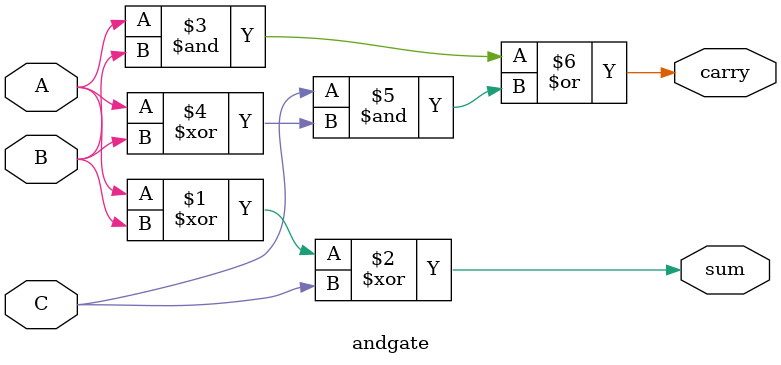
<source format=v>
`timescale 1ns / 1ps
module andgate(
    input A,
    input B,C,
    output sum, carry
    );

assign sum=A ^ B ^ C;
assign carry= (A & B) | (C &(A ^ B));
endmodule

</source>
